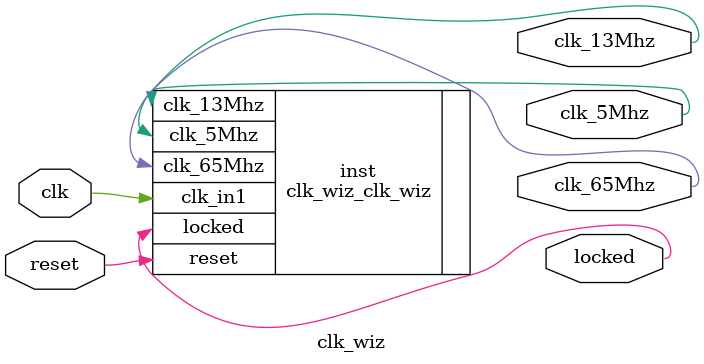
<source format=v>


`timescale 1ps/1ps

(* CORE_GENERATION_INFO = "clk_wiz,clk_wiz_v5_4_2_0,{component_name=clk_wiz,use_phase_alignment=true,use_min_o_jitter=false,use_max_i_jitter=false,use_dyn_phase_shift=false,use_inclk_switchover=false,use_dyn_reconfig=false,enable_axi=0,feedback_source=FDBK_AUTO,PRIMITIVE=MMCM,num_out_clk=3,clkin1_period=10.000,clkin2_period=10.000,use_power_down=false,use_reset=true,use_locked=true,use_inclk_stopped=false,feedback_type=SINGLE,CLOCK_MGR_TYPE=NA,manual_override=false}" *)

module clk_wiz 
 (
  // Clock out ports
  output        clk_65Mhz,
  output        clk_13Mhz,
  output        clk_5Mhz,
  // Status and control signals
  input         reset,
  output        locked,
 // Clock in ports
  input         clk
 );

  clk_wiz_clk_wiz inst
  (
  // Clock out ports  
  .clk_65Mhz(clk_65Mhz),
  .clk_13Mhz(clk_13Mhz),
  .clk_5Mhz(clk_5Mhz),
  // Status and control signals               
  .reset(reset), 
  .locked(locked),
 // Clock in ports
  .clk_in1(clk)
  );

endmodule

</source>
